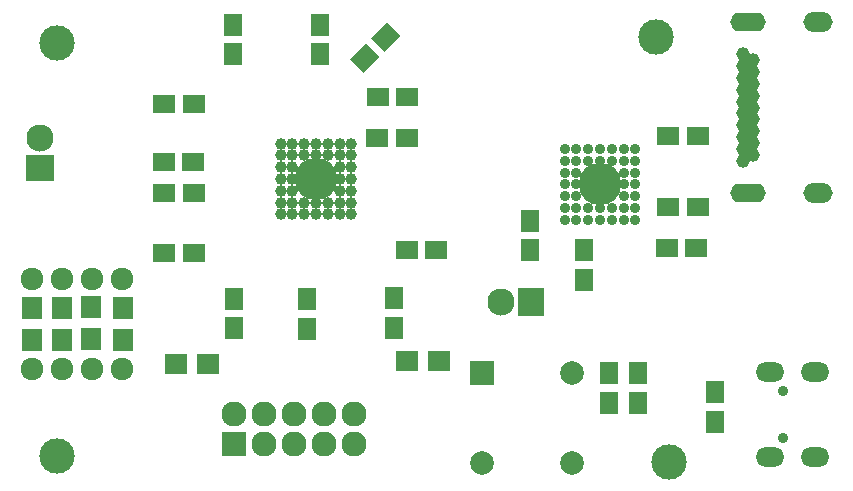
<source format=gbs>
G04 #@! TF.GenerationSoftware,KiCad,Pcbnew,(5.1.6)-1*
G04 #@! TF.CreationDate,2020-11-05T21:16:00+01:00*
G04 #@! TF.ProjectId,lag_tester,6c61675f-7465-4737-9465-722e6b696361,rev?*
G04 #@! TF.SameCoordinates,Original*
G04 #@! TF.FileFunction,Soldermask,Bot*
G04 #@! TF.FilePolarity,Negative*
%FSLAX46Y46*%
G04 Gerber Fmt 4.6, Leading zero omitted, Abs format (unit mm)*
G04 Created by KiCad (PCBNEW (5.1.6)-1) date 2020-11-05 21:16:00*
%MOMM*%
%LPD*%
G01*
G04 APERTURE LIST*
%ADD10O,0.900000X0.900000*%
%ADD11O,2.400000X1.650000*%
%ADD12C,1.924000*%
%ADD13C,3.600000*%
%ADD14C,0.900000*%
%ADD15C,1.150000*%
%ADD16O,3.000000X1.600000*%
%ADD17O,2.500000X1.700000*%
%ADD18R,1.900000X1.650000*%
%ADD19R,1.700000X1.900000*%
%ADD20R,1.650000X1.900000*%
%ADD21R,1.900000X1.700000*%
%ADD22R,2.300000X2.400000*%
%ADD23C,2.300000*%
%ADD24R,2.400000X2.300000*%
%ADD25C,0.100000*%
%ADD26C,1.000000*%
%ADD27C,3.000000*%
%ADD28R,2.127200X2.127200*%
%ADD29O,2.127200X2.127200*%
%ADD30R,2.000000X2.000000*%
%ADD31C,2.000000*%
G04 APERTURE END LIST*
D10*
X134455000Y-108490000D03*
X134455000Y-112490000D03*
D11*
X137205000Y-106915000D03*
X137205000Y-114065000D03*
X133405000Y-106915000D03*
X133405000Y-114065000D03*
D12*
X78500000Y-99000000D03*
X75960000Y-99000000D03*
X73420000Y-99000000D03*
X70880000Y-99000000D03*
X70880000Y-106620000D03*
X73420000Y-106620000D03*
X75960000Y-106620000D03*
X78500000Y-106620000D03*
D13*
X119000000Y-91000000D03*
D14*
X116000000Y-88000000D03*
X117000000Y-88000000D03*
X118000000Y-88000000D03*
X119000000Y-88000000D03*
X120000000Y-88000000D03*
X121000000Y-88000000D03*
X122000000Y-88000000D03*
X122000000Y-89000000D03*
X122000000Y-90000000D03*
X122000000Y-91000000D03*
X122000000Y-92000000D03*
X122000000Y-93000000D03*
X122000000Y-94000000D03*
X121000000Y-94000000D03*
X121000000Y-93000000D03*
X121000000Y-92000000D03*
X121000000Y-91000000D03*
X121000000Y-90000000D03*
X121000000Y-89000000D03*
X120000000Y-89000000D03*
X119000000Y-89000000D03*
X118000000Y-89000000D03*
X117000000Y-89000000D03*
X116000000Y-89000000D03*
X116000000Y-90000000D03*
X116000000Y-91000000D03*
X116000000Y-92000000D03*
X116000000Y-93000000D03*
X116000000Y-94000000D03*
X117000000Y-94000000D03*
X118000000Y-94000000D03*
X119000000Y-94000000D03*
X120000000Y-94000000D03*
X120000000Y-93000000D03*
X119000000Y-93000000D03*
X118000000Y-93000000D03*
X117000000Y-93000000D03*
X117000000Y-92000000D03*
X117000000Y-91000000D03*
X117000000Y-90000000D03*
D15*
X131125000Y-80000000D03*
X131125000Y-81000000D03*
X131125000Y-82000000D03*
X131125000Y-83000000D03*
X131125000Y-84000000D03*
X131125000Y-85000000D03*
X131125000Y-86000000D03*
X131125000Y-87000000D03*
X131125000Y-88000000D03*
X131125000Y-89000000D03*
X131925000Y-80500000D03*
X131925000Y-81500000D03*
X131925000Y-82500000D03*
X131925000Y-83500000D03*
X131925000Y-84500000D03*
X131925000Y-85500000D03*
X131925000Y-86500000D03*
X131925000Y-87500000D03*
X131925000Y-88500000D03*
D16*
X131525000Y-77250000D03*
X131525000Y-91750000D03*
D17*
X137465000Y-77250000D03*
X137465000Y-91750000D03*
D18*
X124770000Y-92940000D03*
X127270000Y-92940000D03*
X105150000Y-96550000D03*
X102650000Y-96550000D03*
D19*
X75920000Y-101420000D03*
X75920000Y-104120000D03*
X78600000Y-101475000D03*
X78600000Y-104175000D03*
D18*
X127280000Y-86890000D03*
X124780000Y-86890000D03*
X127140000Y-96430000D03*
X124640000Y-96430000D03*
D20*
X113030000Y-96570000D03*
X113030000Y-94070000D03*
D21*
X102650000Y-106000000D03*
X105350000Y-106000000D03*
D19*
X70900000Y-101475000D03*
X70900000Y-104175000D03*
D20*
X117620000Y-99080000D03*
X117620000Y-96580000D03*
D22*
X113137600Y-100975308D03*
D23*
X110597600Y-100975308D03*
D24*
X71600000Y-89625000D03*
D23*
X71600000Y-87085000D03*
D20*
X94210000Y-103220000D03*
X94210000Y-100720000D03*
D18*
X84580000Y-89110000D03*
X82080000Y-89110000D03*
X84589999Y-91700000D03*
X82089999Y-91700000D03*
D20*
X101580000Y-103140000D03*
X101580000Y-100640000D03*
X88050000Y-103170000D03*
X88050000Y-100670000D03*
D18*
X100150000Y-87090000D03*
X102650000Y-87090000D03*
X82090000Y-96820000D03*
X84590000Y-96820000D03*
D20*
X122250000Y-106990000D03*
X122250000Y-109490000D03*
X119740000Y-109480000D03*
X119740000Y-106980000D03*
D18*
X84590000Y-84240000D03*
X82090000Y-84240000D03*
X100160000Y-83600000D03*
X102660000Y-83600000D03*
D25*
G36*
X98977729Y-81548998D02*
G01*
X97811002Y-80382271D01*
X99154505Y-79038768D01*
X100321232Y-80205495D01*
X98977729Y-81548998D01*
G37*
G36*
X100745495Y-79781232D02*
G01*
X99578768Y-78614505D01*
X100922271Y-77271002D01*
X102088998Y-78437729D01*
X100745495Y-79781232D01*
G37*
D20*
X87910000Y-77500000D03*
X87910000Y-80000000D03*
X95270000Y-77490000D03*
X95270000Y-79990000D03*
D26*
X92950000Y-93550000D03*
X96950000Y-91550000D03*
X93950000Y-92550000D03*
X91950000Y-93550000D03*
X91950000Y-92550000D03*
X92950000Y-92550000D03*
X94950000Y-92550000D03*
X96950000Y-92550000D03*
X95950000Y-92550000D03*
X97950000Y-91550000D03*
X97950000Y-92550000D03*
X97950000Y-93550000D03*
X96950000Y-93550000D03*
X95950000Y-93550000D03*
X94950000Y-93550000D03*
X93950000Y-93550000D03*
X92950000Y-91550000D03*
X91950000Y-91550000D03*
X91950000Y-90550000D03*
X92950000Y-90550000D03*
D13*
X94950000Y-90550000D03*
D26*
X96950000Y-90550000D03*
X97950000Y-90550000D03*
X97950000Y-89550000D03*
X96950000Y-89550000D03*
X92950000Y-89550000D03*
X91950000Y-89550000D03*
X91950000Y-88550000D03*
X91950000Y-87550000D03*
X92950000Y-87550000D03*
X93950000Y-87550000D03*
X94950000Y-87550000D03*
X95950000Y-87550000D03*
X96950000Y-87550000D03*
X97950000Y-87550000D03*
X97950000Y-88550000D03*
X96950000Y-88550000D03*
X95950000Y-88550000D03*
X94950000Y-88550000D03*
X93950000Y-88550000D03*
X92950000Y-88550000D03*
D27*
X123750000Y-78525000D03*
D20*
X128750000Y-108625000D03*
X128750000Y-111125000D03*
D28*
X88000000Y-113000000D03*
D29*
X88000000Y-110460000D03*
X90540000Y-113000000D03*
X90540000Y-110460000D03*
X93080000Y-113000000D03*
X93080000Y-110460000D03*
X95620000Y-113000000D03*
X95620000Y-110460000D03*
X98160000Y-113000000D03*
X98160000Y-110460000D03*
D30*
X109000000Y-107000000D03*
D31*
X116620000Y-107000000D03*
X116620000Y-114620000D03*
X109000000Y-114620000D03*
D27*
X124850000Y-114475000D03*
X73000000Y-79000000D03*
X73000000Y-114000000D03*
D21*
X83130000Y-106240000D03*
X85830000Y-106240000D03*
D19*
X73410000Y-101450000D03*
X73410000Y-104150000D03*
M02*

</source>
